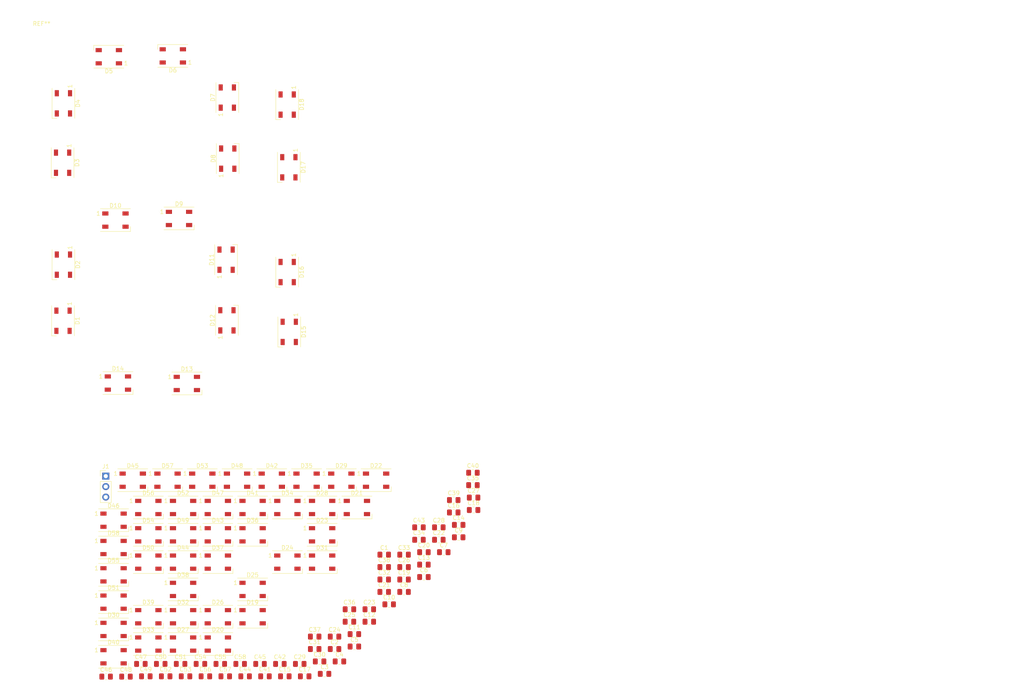
<source format=kicad_pcb>
(kicad_pcb (version 20171130) (host pcbnew 5.1.9+dfsg1-1)
  (layers (0 F.Cu signal) (31 B.Cu signal) (34 B.Paste user) (35 F.Paste user) (36 B.SilkS user) (37 F.SilkS user) (38 B.Mask user) (39 F.Mask user) (44 Edge.Cuts user))
  (net 0 "")
  (net 1 GND)
  (net 2 +5V)
  (net 3 "Net-(D1-Pad2)")
  (net 4 DIN)
  (net 5 "Net-(D2-Pad2)")
  (net 6 "Net-(D3-Pad2)")
  (net 7 "Net-(D4-Pad2)")
  (net 8 "Net-(D5-Pad2)")
  (net 9 "Net-(D6-Pad2)")
  (net 10 "Net-(D7-Pad2)")
  (net 11 "Net-(D8-Pad2)")
  (net 12 "Net-(D10-Pad4)")
  (net 13 "Net-(D10-Pad2)")
  (net 14 "Net-(D11-Pad2)")
  (net 15 "Net-(D12-Pad2)")
  (net 16 "Net-(D13-Pad2)")
  (net 17 "Net-(D14-Pad2)")
  (net 18 "Net-(D15-Pad2)")
  (net 19 "Net-(D16-Pad2)")
  (net 20 "Net-(D17-Pad2)")
  (net 21 "Net-(D18-Pad2)")
  (net 22 "Net-(D19-Pad2)")
  (net 23 "Net-(D20-Pad2)")
  (net 24 "Net-(D21-Pad2)")
  (net 25 "Net-(D22-Pad2)")
  (net 26 "Net-(D23-Pad2)")
  (net 27 "Net-(D24-Pad2)")
  (net 28 "Net-(D25-Pad2)")
  (net 29 "Net-(D26-Pad2)")
  (net 30 "Net-(D27-Pad2)")
  (net 31 "Net-(D28-Pad2)")
  (net 32 "Net-(D29-Pad2)")
  (net 33 "Net-(D30-Pad2)")
  (net 34 "Net-(D31-Pad2)")
  (net 35 "Net-(D32-Pad2)")
  (net 36 "Net-(D33-Pad2)")
  (net 37 "Net-(D34-Pad2)")
  (net 38 "Net-(D35-Pad2)")
  (net 39 "Net-(D36-Pad2)")
  (net 40 "Net-(D37-Pad2)")
  (net 41 "Net-(D38-Pad2)")
  (net 42 "Net-(D39-Pad2)")
  (net 43 "Net-(D40-Pad2)")
  (net 44 "Net-(D41-Pad2)")
  (net 45 "Net-(D42-Pad2)")
  (net 46 "Net-(D43-Pad2)")
  (net 47 "Net-(D44-Pad2)")
  (net 48 "Net-(D45-Pad2)")
  (net 49 "Net-(D46-Pad2)")
  (net 50 "Net-(D47-Pad2)")
  (net 51 "Net-(D48-Pad2)")
  (net 52 "Net-(D49-Pad2)")
  (net 53 "Net-(D50-Pad2)")
  (net 54 "Net-(D51-Pad2)")
  (net 55 "Net-(D52-Pad2)")
  (net 56 "Net-(D53-Pad2)")
  (net 57 "Net-(D54-Pad2)")
  (net 58 "Net-(D55-Pad2)")
  (net 59 "Net-(D56-Pad2)")
  (net 60 "Net-(D57-Pad2)")
  (net 61 "Net-(D58-Pad2)")
  (module MountingHole:MountingHole_3.2mm_M3 (layer F.Cu) (at 36.32 31.4)
    (fp_text reference REF** (at 0 -4.2) (layer F.SilkS))
    (fp_text value MountingHole_3.2mm_M3)
    (pad 1 np_thru_hole circle (at 0 0) (size 3.2 3.2) (drill 3.2) (layers *.Cu *.Mask))
  )
  (module Connector_PinHeader_2.54mm:PinHeader_1x03_P2.54mm_Vertical (layer F.Cu) (at 51.86 136.86)
    (fp_text reference J1 (at 0 -2.33) (layer F.SilkS))
    (fp_text value LEDs)
    (pad 3 thru_hole oval (at 0 5.08) (size 1.7 1.7) (drill 1) (layers *.Cu *.Mask) (net 4 DIN))
    (pad 2 thru_hole oval (at 0 2.54) (size 1.7 1.7) (drill 1) (layers *.Cu *.Mask) (net 2 +5V))
    (pad 1 thru_hole rect (at 0 0) (size 1.7 1.7) (drill 1) (layers *.Cu *.Mask) (net 1 GND))
  )
  (module LED_SMD:LED_WS2812B_PLCC4_5.0x5.0mm_P3.2mm (layer F.Cu) (at 53.745 154.165)
    (fp_text reference D58 (at 0 -3.5) (layer F.SilkS))
    (fp_text value H2.7)
    (fp_text user 1 (at -4.15 -1.6) (layer F.SilkS))
    (pad 1 smd rect (at -2.45 -1.6) (size 1.5 1) (layers F.Cu F.Paste F.Mask) (net 2 +5V))
    (pad 2 smd rect (at -2.45 1.6) (size 1.5 1) (layers F.Cu F.Paste F.Mask) (net 61 "Net-(D58-Pad2)"))
    (pad 4 smd rect (at 2.45 -1.6) (size 1.5 1) (layers F.Cu F.Paste F.Mask) (net 60 "Net-(D57-Pad2)"))
    (pad 3 smd rect (at 2.45 1.6) (size 1.5 1) (layers F.Cu F.Paste F.Mask) (net 1 GND))
  )
  (module LED_SMD:LED_WS2812B_PLCC4_5.0x5.0mm_P3.2mm (layer F.Cu) (at 66.815 137.845)
    (fp_text reference D57 (at 0 -3.5) (layer F.SilkS))
    (fp_text value H2.7)
    (fp_text user 1 (at -4.15 -1.6) (layer F.SilkS))
    (pad 1 smd rect (at -2.45 -1.6) (size 1.5 1) (layers F.Cu F.Paste F.Mask) (net 2 +5V))
    (pad 2 smd rect (at -2.45 1.6) (size 1.5 1) (layers F.Cu F.Paste F.Mask) (net 60 "Net-(D57-Pad2)"))
    (pad 4 smd rect (at 2.45 -1.6) (size 1.5 1) (layers F.Cu F.Paste F.Mask) (net 59 "Net-(D56-Pad2)"))
    (pad 3 smd rect (at 2.45 1.6) (size 1.5 1) (layers F.Cu F.Paste F.Mask) (net 1 GND))
  )
  (module LED_SMD:LED_WS2812B_PLCC4_5.0x5.0mm_P3.2mm (layer F.Cu) (at 62.165 144.465)
    (fp_text reference D56 (at 0 -3.5) (layer F.SilkS))
    (fp_text value H2.6)
    (fp_text user 1 (at -4.15 -1.6) (layer F.SilkS))
    (pad 1 smd rect (at -2.45 -1.6) (size 1.5 1) (layers F.Cu F.Paste F.Mask) (net 2 +5V))
    (pad 2 smd rect (at -2.45 1.6) (size 1.5 1) (layers F.Cu F.Paste F.Mask) (net 59 "Net-(D56-Pad2)"))
    (pad 4 smd rect (at 2.45 -1.6) (size 1.5 1) (layers F.Cu F.Paste F.Mask) (net 58 "Net-(D55-Pad2)"))
    (pad 3 smd rect (at 2.45 1.6) (size 1.5 1) (layers F.Cu F.Paste F.Mask) (net 1 GND))
  )
  (module LED_SMD:LED_WS2812B_PLCC4_5.0x5.0mm_P3.2mm (layer F.Cu) (at 53.745 160.785)
    (fp_text reference D55 (at 0 -3.5) (layer F.SilkS))
    (fp_text value H2.6)
    (fp_text user 1 (at -4.15 -1.6) (layer F.SilkS))
    (pad 1 smd rect (at -2.45 -1.6) (size 1.5 1) (layers F.Cu F.Paste F.Mask) (net 2 +5V))
    (pad 2 smd rect (at -2.45 1.6) (size 1.5 1) (layers F.Cu F.Paste F.Mask) (net 58 "Net-(D55-Pad2)"))
    (pad 4 smd rect (at 2.45 -1.6) (size 1.5 1) (layers F.Cu F.Paste F.Mask) (net 57 "Net-(D54-Pad2)"))
    (pad 3 smd rect (at 2.45 1.6) (size 1.5 1) (layers F.Cu F.Paste F.Mask) (net 1 GND))
  )
  (module LED_SMD:LED_WS2812B_PLCC4_5.0x5.0mm_P3.2mm (layer F.Cu) (at 62.165 151.085)
    (fp_text reference D54 (at 0 -3.5) (layer F.SilkS))
    (fp_text value H2.5)
    (fp_text user 1 (at -4.15 -1.6) (layer F.SilkS))
    (pad 1 smd rect (at -2.45 -1.6) (size 1.5 1) (layers F.Cu F.Paste F.Mask) (net 2 +5V))
    (pad 2 smd rect (at -2.45 1.6) (size 1.5 1) (layers F.Cu F.Paste F.Mask) (net 57 "Net-(D54-Pad2)"))
    (pad 4 smd rect (at 2.45 -1.6) (size 1.5 1) (layers F.Cu F.Paste F.Mask) (net 56 "Net-(D53-Pad2)"))
    (pad 3 smd rect (at 2.45 1.6) (size 1.5 1) (layers F.Cu F.Paste F.Mask) (net 1 GND))
  )
  (module LED_SMD:LED_WS2812B_PLCC4_5.0x5.0mm_P3.2mm (layer F.Cu) (at 75.235 137.845)
    (fp_text reference D53 (at 0 -3.5) (layer F.SilkS))
    (fp_text value H2.5)
    (fp_text user 1 (at -4.15 -1.6) (layer F.SilkS))
    (pad 1 smd rect (at -2.45 -1.6) (size 1.5 1) (layers F.Cu F.Paste F.Mask) (net 2 +5V))
    (pad 2 smd rect (at -2.45 1.6) (size 1.5 1) (layers F.Cu F.Paste F.Mask) (net 56 "Net-(D53-Pad2)"))
    (pad 4 smd rect (at 2.45 -1.6) (size 1.5 1) (layers F.Cu F.Paste F.Mask) (net 55 "Net-(D52-Pad2)"))
    (pad 3 smd rect (at 2.45 1.6) (size 1.5 1) (layers F.Cu F.Paste F.Mask) (net 1 GND))
  )
  (module LED_SMD:LED_WS2812B_PLCC4_5.0x5.0mm_P3.2mm (layer F.Cu) (at 70.585 144.465)
    (fp_text reference D52 (at 0 -3.5) (layer F.SilkS))
    (fp_text value H2.4)
    (fp_text user 1 (at -4.15 -1.6) (layer F.SilkS))
    (pad 1 smd rect (at -2.45 -1.6) (size 1.5 1) (layers F.Cu F.Paste F.Mask) (net 2 +5V))
    (pad 2 smd rect (at -2.45 1.6) (size 1.5 1) (layers F.Cu F.Paste F.Mask) (net 55 "Net-(D52-Pad2)"))
    (pad 4 smd rect (at 2.45 -1.6) (size 1.5 1) (layers F.Cu F.Paste F.Mask) (net 54 "Net-(D51-Pad2)"))
    (pad 3 smd rect (at 2.45 1.6) (size 1.5 1) (layers F.Cu F.Paste F.Mask) (net 1 GND))
  )
  (module LED_SMD:LED_WS2812B_PLCC4_5.0x5.0mm_P3.2mm (layer F.Cu) (at 53.745 167.405)
    (fp_text reference D51 (at 0 -3.5) (layer F.SilkS))
    (fp_text value H2.4)
    (fp_text user 1 (at -4.15 -1.6) (layer F.SilkS))
    (pad 1 smd rect (at -2.45 -1.6) (size 1.5 1) (layers F.Cu F.Paste F.Mask) (net 2 +5V))
    (pad 2 smd rect (at -2.45 1.6) (size 1.5 1) (layers F.Cu F.Paste F.Mask) (net 54 "Net-(D51-Pad2)"))
    (pad 4 smd rect (at 2.45 -1.6) (size 1.5 1) (layers F.Cu F.Paste F.Mask) (net 53 "Net-(D50-Pad2)"))
    (pad 3 smd rect (at 2.45 1.6) (size 1.5 1) (layers F.Cu F.Paste F.Mask) (net 1 GND))
  )
  (module LED_SMD:LED_WS2812B_PLCC4_5.0x5.0mm_P3.2mm (layer F.Cu) (at 62.165 157.705)
    (fp_text reference D50 (at 0 -3.5) (layer F.SilkS))
    (fp_text value H2.3)
    (fp_text user 1 (at -4.15 -1.6) (layer F.SilkS))
    (pad 1 smd rect (at -2.45 -1.6) (size 1.5 1) (layers F.Cu F.Paste F.Mask) (net 2 +5V))
    (pad 2 smd rect (at -2.45 1.6) (size 1.5 1) (layers F.Cu F.Paste F.Mask) (net 53 "Net-(D50-Pad2)"))
    (pad 4 smd rect (at 2.45 -1.6) (size 1.5 1) (layers F.Cu F.Paste F.Mask) (net 52 "Net-(D49-Pad2)"))
    (pad 3 smd rect (at 2.45 1.6) (size 1.5 1) (layers F.Cu F.Paste F.Mask) (net 1 GND))
  )
  (module LED_SMD:LED_WS2812B_PLCC4_5.0x5.0mm_P3.2mm (layer F.Cu) (at 70.585 151.085)
    (fp_text reference D49 (at 0 -3.5) (layer F.SilkS))
    (fp_text value H2.3)
    (fp_text user 1 (at -4.15 -1.6) (layer F.SilkS))
    (pad 1 smd rect (at -2.45 -1.6) (size 1.5 1) (layers F.Cu F.Paste F.Mask) (net 2 +5V))
    (pad 2 smd rect (at -2.45 1.6) (size 1.5 1) (layers F.Cu F.Paste F.Mask) (net 52 "Net-(D49-Pad2)"))
    (pad 4 smd rect (at 2.45 -1.6) (size 1.5 1) (layers F.Cu F.Paste F.Mask) (net 51 "Net-(D48-Pad2)"))
    (pad 3 smd rect (at 2.45 1.6) (size 1.5 1) (layers F.Cu F.Paste F.Mask) (net 1 GND))
  )
  (module LED_SMD:LED_WS2812B_PLCC4_5.0x5.0mm_P3.2mm (layer F.Cu) (at 83.655 137.845)
    (fp_text reference D48 (at 0 -3.5) (layer F.SilkS))
    (fp_text value H2.2)
    (fp_text user 1 (at -4.15 -1.6) (layer F.SilkS))
    (pad 1 smd rect (at -2.45 -1.6) (size 1.5 1) (layers F.Cu F.Paste F.Mask) (net 2 +5V))
    (pad 2 smd rect (at -2.45 1.6) (size 1.5 1) (layers F.Cu F.Paste F.Mask) (net 51 "Net-(D48-Pad2)"))
    (pad 4 smd rect (at 2.45 -1.6) (size 1.5 1) (layers F.Cu F.Paste F.Mask) (net 50 "Net-(D47-Pad2)"))
    (pad 3 smd rect (at 2.45 1.6) (size 1.5 1) (layers F.Cu F.Paste F.Mask) (net 1 GND))
  )
  (module LED_SMD:LED_WS2812B_PLCC4_5.0x5.0mm_P3.2mm (layer F.Cu) (at 79.005 144.465)
    (fp_text reference D47 (at 0 -3.5) (layer F.SilkS))
    (fp_text value H2.2)
    (fp_text user 1 (at -4.15 -1.6) (layer F.SilkS))
    (pad 1 smd rect (at -2.45 -1.6) (size 1.5 1) (layers F.Cu F.Paste F.Mask) (net 2 +5V))
    (pad 2 smd rect (at -2.45 1.6) (size 1.5 1) (layers F.Cu F.Paste F.Mask) (net 50 "Net-(D47-Pad2)"))
    (pad 4 smd rect (at 2.45 -1.6) (size 1.5 1) (layers F.Cu F.Paste F.Mask) (net 49 "Net-(D46-Pad2)"))
    (pad 3 smd rect (at 2.45 1.6) (size 1.5 1) (layers F.Cu F.Paste F.Mask) (net 1 GND))
  )
  (module LED_SMD:LED_WS2812B_PLCC4_5.0x5.0mm_P3.2mm (layer F.Cu) (at 53.745 147.545)
    (fp_text reference D46 (at 0 -3.5) (layer F.SilkS))
    (fp_text value H2.1)
    (fp_text user 1 (at -4.15 -1.6) (layer F.SilkS))
    (pad 1 smd rect (at -2.45 -1.6) (size 1.5 1) (layers F.Cu F.Paste F.Mask) (net 2 +5V))
    (pad 2 smd rect (at -2.45 1.6) (size 1.5 1) (layers F.Cu F.Paste F.Mask) (net 49 "Net-(D46-Pad2)"))
    (pad 4 smd rect (at 2.45 -1.6) (size 1.5 1) (layers F.Cu F.Paste F.Mask) (net 48 "Net-(D45-Pad2)"))
    (pad 3 smd rect (at 2.45 1.6) (size 1.5 1) (layers F.Cu F.Paste F.Mask) (net 1 GND))
  )
  (module LED_SMD:LED_WS2812B_PLCC4_5.0x5.0mm_P3.2mm (layer F.Cu) (at 58.395 137.845)
    (fp_text reference D45 (at 0 -3.5) (layer F.SilkS))
    (fp_text value H2.1)
    (fp_text user 1 (at -4.15 -1.6) (layer F.SilkS))
    (pad 1 smd rect (at -2.45 -1.6) (size 1.5 1) (layers F.Cu F.Paste F.Mask) (net 2 +5V))
    (pad 2 smd rect (at -2.45 1.6) (size 1.5 1) (layers F.Cu F.Paste F.Mask) (net 48 "Net-(D45-Pad2)"))
    (pad 4 smd rect (at 2.45 -1.6) (size 1.5 1) (layers F.Cu F.Paste F.Mask) (net 47 "Net-(D44-Pad2)"))
    (pad 3 smd rect (at 2.45 1.6) (size 1.5 1) (layers F.Cu F.Paste F.Mask) (net 1 GND))
  )
  (module LED_SMD:LED_WS2812B_PLCC4_5.0x5.0mm_P3.2mm (layer F.Cu) (at 70.585 157.705)
    (fp_text reference D44 (at 0 -3.5) (layer F.SilkS))
    (fp_text value H1.7)
    (fp_text user 1 (at -4.15 -1.6) (layer F.SilkS))
    (pad 1 smd rect (at -2.45 -1.6) (size 1.5 1) (layers F.Cu F.Paste F.Mask) (net 2 +5V))
    (pad 2 smd rect (at -2.45 1.6) (size 1.5 1) (layers F.Cu F.Paste F.Mask) (net 47 "Net-(D44-Pad2)"))
    (pad 4 smd rect (at 2.45 -1.6) (size 1.5 1) (layers F.Cu F.Paste F.Mask) (net 46 "Net-(D43-Pad2)"))
    (pad 3 smd rect (at 2.45 1.6) (size 1.5 1) (layers F.Cu F.Paste F.Mask) (net 1 GND))
  )
  (module LED_SMD:LED_WS2812B_PLCC4_5.0x5.0mm_P3.2mm (layer F.Cu) (at 79.005 151.085)
    (fp_text reference D43 (at 0 -3.5) (layer F.SilkS))
    (fp_text value H1.7)
    (fp_text user 1 (at -4.15 -1.6) (layer F.SilkS))
    (pad 1 smd rect (at -2.45 -1.6) (size 1.5 1) (layers F.Cu F.Paste F.Mask) (net 2 +5V))
    (pad 2 smd rect (at -2.45 1.6) (size 1.5 1) (layers F.Cu F.Paste F.Mask) (net 46 "Net-(D43-Pad2)"))
    (pad 4 smd rect (at 2.45 -1.6) (size 1.5 1) (layers F.Cu F.Paste F.Mask) (net 45 "Net-(D42-Pad2)"))
    (pad 3 smd rect (at 2.45 1.6) (size 1.5 1) (layers F.Cu F.Paste F.Mask) (net 1 GND))
  )
  (module LED_SMD:LED_WS2812B_PLCC4_5.0x5.0mm_P3.2mm (layer F.Cu) (at 92.075 137.845)
    (fp_text reference D42 (at 0 -3.5) (layer F.SilkS))
    (fp_text value H1.6)
    (fp_text user 1 (at -4.15 -1.6) (layer F.SilkS))
    (pad 1 smd rect (at -2.45 -1.6) (size 1.5 1) (layers F.Cu F.Paste F.Mask) (net 2 +5V))
    (pad 2 smd rect (at -2.45 1.6) (size 1.5 1) (layers F.Cu F.Paste F.Mask) (net 45 "Net-(D42-Pad2)"))
    (pad 4 smd rect (at 2.45 -1.6) (size 1.5 1) (layers F.Cu F.Paste F.Mask) (net 44 "Net-(D41-Pad2)"))
    (pad 3 smd rect (at 2.45 1.6) (size 1.5 1) (layers F.Cu F.Paste F.Mask) (net 1 GND))
  )
  (module LED_SMD:LED_WS2812B_PLCC4_5.0x5.0mm_P3.2mm (layer F.Cu) (at 87.425 144.465)
    (fp_text reference D41 (at 0 -3.5) (layer F.SilkS))
    (fp_text value H1.6)
    (fp_text user 1 (at -4.15 -1.6) (layer F.SilkS))
    (pad 1 smd rect (at -2.45 -1.6) (size 1.5 1) (layers F.Cu F.Paste F.Mask) (net 2 +5V))
    (pad 2 smd rect (at -2.45 1.6) (size 1.5 1) (layers F.Cu F.Paste F.Mask) (net 44 "Net-(D41-Pad2)"))
    (pad 4 smd rect (at 2.45 -1.6) (size 1.5 1) (layers F.Cu F.Paste F.Mask) (net 43 "Net-(D40-Pad2)"))
    (pad 3 smd rect (at 2.45 1.6) (size 1.5 1) (layers F.Cu F.Paste F.Mask) (net 1 GND))
  )
  (module LED_SMD:LED_WS2812B_PLCC4_5.0x5.0mm_P3.2mm (layer F.Cu) (at 53.745 180.645)
    (fp_text reference D40 (at 0 -3.5) (layer F.SilkS))
    (fp_text value H1.5)
    (fp_text user 1 (at -4.15 -1.6) (layer F.SilkS))
    (pad 1 smd rect (at -2.45 -1.6) (size 1.5 1) (layers F.Cu F.Paste F.Mask) (net 2 +5V))
    (pad 2 smd rect (at -2.45 1.6) (size 1.5 1) (layers F.Cu F.Paste F.Mask) (net 43 "Net-(D40-Pad2)"))
    (pad 4 smd rect (at 2.45 -1.6) (size 1.5 1) (layers F.Cu F.Paste F.Mask) (net 42 "Net-(D39-Pad2)"))
    (pad 3 smd rect (at 2.45 1.6) (size 1.5 1) (layers F.Cu F.Paste F.Mask) (net 1 GND))
  )
  (module LED_SMD:LED_WS2812B_PLCC4_5.0x5.0mm_P3.2mm (layer F.Cu) (at 62.165 170.945)
    (fp_text reference D39 (at 0 -3.5) (layer F.SilkS))
    (fp_text value H1.5)
    (fp_text user 1 (at -4.15 -1.6) (layer F.SilkS))
    (pad 1 smd rect (at -2.45 -1.6) (size 1.5 1) (layers F.Cu F.Paste F.Mask) (net 2 +5V))
    (pad 2 smd rect (at -2.45 1.6) (size 1.5 1) (layers F.Cu F.Paste F.Mask) (net 42 "Net-(D39-Pad2)"))
    (pad 4 smd rect (at 2.45 -1.6) (size 1.5 1) (layers F.Cu F.Paste F.Mask) (net 41 "Net-(D38-Pad2)"))
    (pad 3 smd rect (at 2.45 1.6) (size 1.5 1) (layers F.Cu F.Paste F.Mask) (net 1 GND))
  )
  (module LED_SMD:LED_WS2812B_PLCC4_5.0x5.0mm_P3.2mm (layer F.Cu) (at 70.585 164.325)
    (fp_text reference D38 (at 0 -3.5) (layer F.SilkS))
    (fp_text value H1.4)
    (fp_text user 1 (at -4.15 -1.6) (layer F.SilkS))
    (pad 1 smd rect (at -2.45 -1.6) (size 1.5 1) (layers F.Cu F.Paste F.Mask) (net 2 +5V))
    (pad 2 smd rect (at -2.45 1.6) (size 1.5 1) (layers F.Cu F.Paste F.Mask) (net 41 "Net-(D38-Pad2)"))
    (pad 4 smd rect (at 2.45 -1.6) (size 1.5 1) (layers F.Cu F.Paste F.Mask) (net 40 "Net-(D37-Pad2)"))
    (pad 3 smd rect (at 2.45 1.6) (size 1.5 1) (layers F.Cu F.Paste F.Mask) (net 1 GND))
  )
  (module LED_SMD:LED_WS2812B_PLCC4_5.0x5.0mm_P3.2mm (layer F.Cu) (at 79.005 157.705)
    (fp_text reference D37 (at 0 -3.5) (layer F.SilkS))
    (fp_text value H1.4)
    (fp_text user 1 (at -4.15 -1.6) (layer F.SilkS))
    (pad 1 smd rect (at -2.45 -1.6) (size 1.5 1) (layers F.Cu F.Paste F.Mask) (net 2 +5V))
    (pad 2 smd rect (at -2.45 1.6) (size 1.5 1) (layers F.Cu F.Paste F.Mask) (net 40 "Net-(D37-Pad2)"))
    (pad 4 smd rect (at 2.45 -1.6) (size 1.5 1) (layers F.Cu F.Paste F.Mask) (net 39 "Net-(D36-Pad2)"))
    (pad 3 smd rect (at 2.45 1.6) (size 1.5 1) (layers F.Cu F.Paste F.Mask) (net 1 GND))
  )
  (module LED_SMD:LED_WS2812B_PLCC4_5.0x5.0mm_P3.2mm (layer F.Cu) (at 87.425 151.085)
    (fp_text reference D36 (at 0 -3.5) (layer F.SilkS))
    (fp_text value H1.3)
    (fp_text user 1 (at -4.15 -1.6) (layer F.SilkS))
    (pad 1 smd rect (at -2.45 -1.6) (size 1.5 1) (layers F.Cu F.Paste F.Mask) (net 2 +5V))
    (pad 2 smd rect (at -2.45 1.6) (size 1.5 1) (layers F.Cu F.Paste F.Mask) (net 39 "Net-(D36-Pad2)"))
    (pad 4 smd rect (at 2.45 -1.6) (size 1.5 1) (layers F.Cu F.Paste F.Mask) (net 38 "Net-(D35-Pad2)"))
    (pad 3 smd rect (at 2.45 1.6) (size 1.5 1) (layers F.Cu F.Paste F.Mask) (net 1 GND))
  )
  (module LED_SMD:LED_WS2812B_PLCC4_5.0x5.0mm_P3.2mm (layer F.Cu) (at 100.495 137.845)
    (fp_text reference D35 (at 0 -3.5) (layer F.SilkS))
    (fp_text value H1.3)
    (fp_text user 1 (at -4.15 -1.6) (layer F.SilkS))
    (pad 1 smd rect (at -2.45 -1.6) (size 1.5 1) (layers F.Cu F.Paste F.Mask) (net 2 +5V))
    (pad 2 smd rect (at -2.45 1.6) (size 1.5 1) (layers F.Cu F.Paste F.Mask) (net 38 "Net-(D35-Pad2)"))
    (pad 4 smd rect (at 2.45 -1.6) (size 1.5 1) (layers F.Cu F.Paste F.Mask) (net 37 "Net-(D34-Pad2)"))
    (pad 3 smd rect (at 2.45 1.6) (size 1.5 1) (layers F.Cu F.Paste F.Mask) (net 1 GND))
  )
  (module LED_SMD:LED_WS2812B_PLCC4_5.0x5.0mm_P3.2mm (layer F.Cu) (at 95.845 144.465)
    (fp_text reference D34 (at 0 -3.5) (layer F.SilkS))
    (fp_text value H1.2)
    (fp_text user 1 (at -4.15 -1.6) (layer F.SilkS))
    (pad 1 smd rect (at -2.45 -1.6) (size 1.5 1) (layers F.Cu F.Paste F.Mask) (net 2 +5V))
    (pad 2 smd rect (at -2.45 1.6) (size 1.5 1) (layers F.Cu F.Paste F.Mask) (net 37 "Net-(D34-Pad2)"))
    (pad 4 smd rect (at 2.45 -1.6) (size 1.5 1) (layers F.Cu F.Paste F.Mask) (net 36 "Net-(D33-Pad2)"))
    (pad 3 smd rect (at 2.45 1.6) (size 1.5 1) (layers F.Cu F.Paste F.Mask) (net 1 GND))
  )
  (module LED_SMD:LED_WS2812B_PLCC4_5.0x5.0mm_P3.2mm (layer F.Cu) (at 62.165 177.565)
    (fp_text reference D33 (at 0 -3.5) (layer F.SilkS))
    (fp_text value H1.2)
    (fp_text user 1 (at -4.15 -1.6) (layer F.SilkS))
    (pad 1 smd rect (at -2.45 -1.6) (size 1.5 1) (layers F.Cu F.Paste F.Mask) (net 2 +5V))
    (pad 2 smd rect (at -2.45 1.6) (size 1.5 1) (layers F.Cu F.Paste F.Mask) (net 36 "Net-(D33-Pad2)"))
    (pad 4 smd rect (at 2.45 -1.6) (size 1.5 1) (layers F.Cu F.Paste F.Mask) (net 35 "Net-(D32-Pad2)"))
    (pad 3 smd rect (at 2.45 1.6) (size 1.5 1) (layers F.Cu F.Paste F.Mask) (net 1 GND))
  )
  (module LED_SMD:LED_WS2812B_PLCC4_5.0x5.0mm_P3.2mm (layer F.Cu) (at 70.585 170.945)
    (fp_text reference D32 (at 0 -3.5) (layer F.SilkS))
    (fp_text value H1.1)
    (fp_text user 1 (at -4.15 -1.6) (layer F.SilkS))
    (pad 1 smd rect (at -2.45 -1.6) (size 1.5 1) (layers F.Cu F.Paste F.Mask) (net 2 +5V))
    (pad 2 smd rect (at -2.45 1.6) (size 1.5 1) (layers F.Cu F.Paste F.Mask) (net 35 "Net-(D32-Pad2)"))
    (pad 4 smd rect (at 2.45 -1.6) (size 1.5 1) (layers F.Cu F.Paste F.Mask) (net 34 "Net-(D31-Pad2)"))
    (pad 3 smd rect (at 2.45 1.6) (size 1.5 1) (layers F.Cu F.Paste F.Mask) (net 1 GND))
  )
  (module LED_SMD:LED_WS2812B_PLCC4_5.0x5.0mm_P3.2mm (layer F.Cu) (at 104.265 157.705)
    (fp_text reference D31 (at 0 -3.5) (layer F.SilkS))
    (fp_text value H1.1)
    (fp_text user 1 (at -4.15 -1.6) (layer F.SilkS))
    (pad 1 smd rect (at -2.45 -1.6) (size 1.5 1) (layers F.Cu F.Paste F.Mask) (net 2 +5V))
    (pad 2 smd rect (at -2.45 1.6) (size 1.5 1) (layers F.Cu F.Paste F.Mask) (net 34 "Net-(D31-Pad2)"))
    (pad 4 smd rect (at 2.45 -1.6) (size 1.5 1) (layers F.Cu F.Paste F.Mask) (net 33 "Net-(D30-Pad2)"))
    (pad 3 smd rect (at 2.45 1.6) (size 1.5 1) (layers F.Cu F.Paste F.Mask) (net 1 GND))
  )
  (module LED_SMD:LED_WS2812B_PLCC4_5.0x5.0mm_P3.2mm (layer F.Cu) (at 53.745 174.025)
    (fp_text reference D30 (at 0 -3.5) (layer F.SilkS))
    (fp_text value Trenner2)
    (fp_text user 1 (at -4.15 -1.6) (layer F.SilkS))
    (pad 1 smd rect (at -2.45 -1.6) (size 1.5 1) (layers F.Cu F.Paste F.Mask) (net 2 +5V))
    (pad 2 smd rect (at -2.45 1.6) (size 1.5 1) (layers F.Cu F.Paste F.Mask) (net 33 "Net-(D30-Pad2)"))
    (pad 4 smd rect (at 2.45 -1.6) (size 1.5 1) (layers F.Cu F.Paste F.Mask) (net 32 "Net-(D29-Pad2)"))
    (pad 3 smd rect (at 2.45 1.6) (size 1.5 1) (layers F.Cu F.Paste F.Mask) (net 1 GND))
  )
  (module LED_SMD:LED_WS2812B_PLCC4_5.0x5.0mm_P3.2mm (layer F.Cu) (at 108.915 137.845)
    (fp_text reference D29 (at 0 -3.5) (layer F.SilkS))
    (fp_text value Trenner1)
    (fp_text user 1 (at -4.15 -1.6) (layer F.SilkS))
    (pad 1 smd rect (at -2.45 -1.6) (size 1.5 1) (layers F.Cu F.Paste F.Mask) (net 2 +5V))
    (pad 2 smd rect (at -2.45 1.6) (size 1.5 1) (layers F.Cu F.Paste F.Mask) (net 32 "Net-(D29-Pad2)"))
    (pad 4 smd rect (at 2.45 -1.6) (size 1.5 1) (layers F.Cu F.Paste F.Mask) (net 31 "Net-(D28-Pad2)"))
    (pad 3 smd rect (at 2.45 1.6) (size 1.5 1) (layers F.Cu F.Paste F.Mask) (net 1 GND))
  )
  (module LED_SMD:LED_WS2812B_PLCC4_5.0x5.0mm_P3.2mm (layer F.Cu) (at 104.265 144.465)
    (fp_text reference D28 (at 0 -3.5) (layer F.SilkS))
    (fp_text value H2.7)
    (fp_text user 1 (at -4.15 -1.6) (layer F.SilkS))
    (pad 1 smd rect (at -2.45 -1.6) (size 1.5 1) (layers F.Cu F.Paste F.Mask) (net 2 +5V))
    (pad 2 smd rect (at -2.45 1.6) (size 1.5 1) (layers F.Cu F.Paste F.Mask) (net 31 "Net-(D28-Pad2)"))
    (pad 4 smd rect (at 2.45 -1.6) (size 1.5 1) (layers F.Cu F.Paste F.Mask) (net 30 "Net-(D27-Pad2)"))
    (pad 3 smd rect (at 2.45 1.6) (size 1.5 1) (layers F.Cu F.Paste F.Mask) (net 1 GND))
  )
  (module LED_SMD:LED_WS2812B_PLCC4_5.0x5.0mm_P3.2mm (layer F.Cu) (at 70.585 177.565)
    (fp_text reference D27 (at 0 -3.5) (layer F.SilkS))
    (fp_text value H2.7)
    (fp_text user 1 (at -4.15 -1.6) (layer F.SilkS))
    (pad 1 smd rect (at -2.45 -1.6) (size 1.5 1) (layers F.Cu F.Paste F.Mask) (net 2 +5V))
    (pad 2 smd rect (at -2.45 1.6) (size 1.5 1) (layers F.Cu F.Paste F.Mask) (net 30 "Net-(D27-Pad2)"))
    (pad 4 smd rect (at 2.45 -1.6) (size 1.5 1) (layers F.Cu F.Paste F.Mask) (net 29 "Net-(D26-Pad2)"))
    (pad 3 smd rect (at 2.45 1.6) (size 1.5 1) (layers F.Cu F.Paste F.Mask) (net 1 GND))
  )
  (module LED_SMD:LED_WS2812B_PLCC4_5.0x5.0mm_P3.2mm (layer F.Cu) (at 79.005 170.945)
    (fp_text reference D26 (at 0 -3.5) (layer F.SilkS))
    (fp_text value H2.6)
    (fp_text user 1 (at -4.15 -1.6) (layer F.SilkS))
    (pad 1 smd rect (at -2.45 -1.6) (size 1.5 1) (layers F.Cu F.Paste F.Mask) (net 2 +5V))
    (pad 2 smd rect (at -2.45 1.6) (size 1.5 1) (layers F.Cu F.Paste F.Mask) (net 29 "Net-(D26-Pad2)"))
    (pad 4 smd rect (at 2.45 -1.6) (size 1.5 1) (layers F.Cu F.Paste F.Mask) (net 28 "Net-(D25-Pad2)"))
    (pad 3 smd rect (at 2.45 1.6) (size 1.5 1) (layers F.Cu F.Paste F.Mask) (net 1 GND))
  )
  (module LED_SMD:LED_WS2812B_PLCC4_5.0x5.0mm_P3.2mm (layer F.Cu) (at 87.425 164.325)
    (fp_text reference D25 (at 0 -3.5) (layer F.SilkS))
    (fp_text value H2.6)
    (fp_text user 1 (at -4.15 -1.6) (layer F.SilkS))
    (pad 1 smd rect (at -2.45 -1.6) (size 1.5 1) (layers F.Cu F.Paste F.Mask) (net 2 +5V))
    (pad 2 smd rect (at -2.45 1.6) (size 1.5 1) (layers F.Cu F.Paste F.Mask) (net 28 "Net-(D25-Pad2)"))
    (pad 4 smd rect (at 2.45 -1.6) (size 1.5 1) (layers F.Cu F.Paste F.Mask) (net 27 "Net-(D24-Pad2)"))
    (pad 3 smd rect (at 2.45 1.6) (size 1.5 1) (layers F.Cu F.Paste F.Mask) (net 1 GND))
  )
  (module LED_SMD:LED_WS2812B_PLCC4_5.0x5.0mm_P3.2mm (layer F.Cu) (at 95.845 157.705)
    (fp_text reference D24 (at 0 -3.5) (layer F.SilkS))
    (fp_text value H2.5)
    (fp_text user 1 (at -4.15 -1.6) (layer F.SilkS))
    (pad 1 smd rect (at -2.45 -1.6) (size 1.5 1) (layers F.Cu F.Paste F.Mask) (net 2 +5V))
    (pad 2 smd rect (at -2.45 1.6) (size 1.5 1) (layers F.Cu F.Paste F.Mask) (net 27 "Net-(D24-Pad2)"))
    (pad 4 smd rect (at 2.45 -1.6) (size 1.5 1) (layers F.Cu F.Paste F.Mask) (net 26 "Net-(D23-Pad2)"))
    (pad 3 smd rect (at 2.45 1.6) (size 1.5 1) (layers F.Cu F.Paste F.Mask) (net 1 GND))
  )
  (module LED_SMD:LED_WS2812B_PLCC4_5.0x5.0mm_P3.2mm (layer F.Cu) (at 104.265 151.085)
    (fp_text reference D23 (at 0 -3.5) (layer F.SilkS))
    (fp_text value H2.5)
    (fp_text user 1 (at -4.15 -1.6) (layer F.SilkS))
    (pad 1 smd rect (at -2.45 -1.6) (size 1.5 1) (layers F.Cu F.Paste F.Mask) (net 2 +5V))
    (pad 2 smd rect (at -2.45 1.6) (size 1.5 1) (layers F.Cu F.Paste F.Mask) (net 26 "Net-(D23-Pad2)"))
    (pad 4 smd rect (at 2.45 -1.6) (size 1.5 1) (layers F.Cu F.Paste F.Mask) (net 25 "Net-(D22-Pad2)"))
    (pad 3 smd rect (at 2.45 1.6) (size 1.5 1) (layers F.Cu F.Paste F.Mask) (net 1 GND))
  )
  (module LED_SMD:LED_WS2812B_PLCC4_5.0x5.0mm_P3.2mm (layer F.Cu) (at 117.335 137.845)
    (fp_text reference D22 (at 0 -3.5) (layer F.SilkS))
    (fp_text value H2.4)
    (fp_text user 1 (at -4.15 -1.6) (layer F.SilkS))
    (pad 1 smd rect (at -2.45 -1.6) (size 1.5 1) (layers F.Cu F.Paste F.Mask) (net 2 +5V))
    (pad 2 smd rect (at -2.45 1.6) (size 1.5 1) (layers F.Cu F.Paste F.Mask) (net 25 "Net-(D22-Pad2)"))
    (pad 4 smd rect (at 2.45 -1.6) (size 1.5 1) (layers F.Cu F.Paste F.Mask) (net 24 "Net-(D21-Pad2)"))
    (pad 3 smd rect (at 2.45 1.6) (size 1.5 1) (layers F.Cu F.Paste F.Mask) (net 1 GND))
  )
  (module LED_SMD:LED_WS2812B_PLCC4_5.0x5.0mm_P3.2mm (layer F.Cu) (at 112.685 144.465)
    (fp_text reference D21 (at 0 -3.5) (layer F.SilkS))
    (fp_text value H2.4)
    (fp_text user 1 (at -4.15 -1.6) (layer F.SilkS))
    (pad 1 smd rect (at -2.45 -1.6) (size 1.5 1) (layers F.Cu F.Paste F.Mask) (net 2 +5V))
    (pad 2 smd rect (at -2.45 1.6) (size 1.5 1) (layers F.Cu F.Paste F.Mask) (net 24 "Net-(D21-Pad2)"))
    (pad 4 smd rect (at 2.45 -1.6) (size 1.5 1) (layers F.Cu F.Paste F.Mask) (net 23 "Net-(D20-Pad2)"))
    (pad 3 smd rect (at 2.45 1.6) (size 1.5 1) (layers F.Cu F.Paste F.Mask) (net 1 GND))
  )
  (module LED_SMD:LED_WS2812B_PLCC4_5.0x5.0mm_P3.2mm (layer F.Cu) (at 79.005 177.565)
    (fp_text reference D20 (at 0 -3.5) (layer F.SilkS))
    (fp_text value H2.3)
    (fp_text user 1 (at -4.15 -1.6) (layer F.SilkS))
    (pad 1 smd rect (at -2.45 -1.6) (size 1.5 1) (layers F.Cu F.Paste F.Mask) (net 2 +5V))
    (pad 2 smd rect (at -2.45 1.6) (size 1.5 1) (layers F.Cu F.Paste F.Mask) (net 23 "Net-(D20-Pad2)"))
    (pad 4 smd rect (at 2.45 -1.6) (size 1.5 1) (layers F.Cu F.Paste F.Mask) (net 22 "Net-(D19-Pad2)"))
    (pad 3 smd rect (at 2.45 1.6) (size 1.5 1) (layers F.Cu F.Paste F.Mask) (net 1 GND))
  )
  (module LED_SMD:LED_WS2812B_PLCC4_5.0x5.0mm_P3.2mm (layer F.Cu) (at 87.425 170.945)
    (fp_text reference D19 (at 0 -3.5) (layer F.SilkS))
    (fp_text value H2.3)
    (fp_text user 1 (at -4.15 -1.6) (layer F.SilkS))
    (pad 1 smd rect (at -2.45 -1.6) (size 1.5 1) (layers F.Cu F.Paste F.Mask) (net 2 +5V))
    (pad 2 smd rect (at -2.45 1.6) (size 1.5 1) (layers F.Cu F.Paste F.Mask) (net 22 "Net-(D19-Pad2)"))
    (pad 4 smd rect (at 2.45 -1.6) (size 1.5 1) (layers F.Cu F.Paste F.Mask) (net 21 "Net-(D18-Pad2)"))
    (pad 3 smd rect (at 2.45 1.6) (size 1.5 1) (layers F.Cu F.Paste F.Mask) (net 1 GND))
  )
  (module LED_SMD:LED_WS2812B_PLCC4_5.0x5.0mm_P3.2mm (layer F.Cu) (at 95.8 46.8 270)
    (fp_text reference D18 (at 0 -3.5 90) (layer F.SilkS))
    (fp_text value H2.2)
    (fp_text user 1 (at -4.15 -1.6 90) (layer F.SilkS))
    (pad 1 smd rect (at -2.45 -1.6 270) (size 1.5 1) (layers F.Cu F.Paste F.Mask) (net 2 +5V))
    (pad 2 smd rect (at -2.45 1.6 270) (size 1.5 1) (layers F.Cu F.Paste F.Mask) (net 21 "Net-(D18-Pad2)"))
    (pad 4 smd rect (at 2.45 -1.6 270) (size 1.5 1) (layers F.Cu F.Paste F.Mask) (net 20 "Net-(D17-Pad2)"))
    (pad 3 smd rect (at 2.45 1.6 270) (size 1.5 1) (layers F.Cu F.Paste F.Mask) (net 1 GND))
  )
  (module LED_SMD:LED_WS2812B_PLCC4_5.0x5.0mm_P3.2mm (layer F.Cu) (at 96.2 62 270)
    (fp_text reference D17 (at 0 -3.5 90) (layer F.SilkS))
    (fp_text value H2.2)
    (fp_text user 1 (at -4.15 -1.6 90) (layer F.SilkS))
    (pad 1 smd rect (at -2.45 -1.6 270) (size 1.5 1) (layers F.Cu F.Paste F.Mask) (net 2 +5V))
    (pad 2 smd rect (at -2.45 1.6 270) (size 1.5 1) (layers F.Cu F.Paste F.Mask) (net 20 "Net-(D17-Pad2)"))
    (pad 4 smd rect (at 2.45 -1.6 270) (size 1.5 1) (layers F.Cu F.Paste F.Mask) (net 19 "Net-(D16-Pad2)"))
    (pad 3 smd rect (at 2.45 1.6 270) (size 1.5 1) (layers F.Cu F.Paste F.Mask) (net 1 GND))
  )
  (module LED_SMD:LED_WS2812B_PLCC4_5.0x5.0mm_P3.2mm (layer F.Cu) (at 95.8 87.4 270)
    (fp_text reference D16 (at 0 -3.5 90) (layer F.SilkS))
    (fp_text value H2.1)
    (fp_text user 1 (at -4.15 -1.6 90) (layer F.SilkS))
    (pad 1 smd rect (at -2.45 -1.6 270) (size 1.5 1) (layers F.Cu F.Paste F.Mask) (net 2 +5V))
    (pad 2 smd rect (at -2.45 1.6 270) (size 1.5 1) (layers F.Cu F.Paste F.Mask) (net 19 "Net-(D16-Pad2)"))
    (pad 4 smd rect (at 2.45 -1.6 270) (size 1.5 1) (layers F.Cu F.Paste F.Mask) (net 18 "Net-(D15-Pad2)"))
    (pad 3 smd rect (at 2.45 1.6 270) (size 1.5 1) (layers F.Cu F.Paste F.Mask) (net 1 GND))
  )
  (module LED_SMD:LED_WS2812B_PLCC4_5.0x5.0mm_P3.2mm (layer F.Cu) (at 96.3 101.9 270)
    (fp_text reference D15 (at 0 -3.5 90) (layer F.SilkS))
    (fp_text value H2.1)
    (fp_text user 1 (at -4.15 -1.6 90) (layer F.SilkS))
    (pad 1 smd rect (at -2.45 -1.6 270) (size 1.5 1) (layers F.Cu F.Paste F.Mask) (net 2 +5V))
    (pad 2 smd rect (at -2.45 1.6 270) (size 1.5 1) (layers F.Cu F.Paste F.Mask) (net 18 "Net-(D15-Pad2)"))
    (pad 4 smd rect (at 2.45 -1.6 270) (size 1.5 1) (layers F.Cu F.Paste F.Mask) (net 17 "Net-(D14-Pad2)"))
    (pad 3 smd rect (at 2.45 1.6 270) (size 1.5 1) (layers F.Cu F.Paste F.Mask) (net 1 GND))
  )
  (module LED_SMD:LED_WS2812B_PLCC4_5.0x5.0mm_P3.2mm (layer F.Cu) (at 54.8 114.3)
    (fp_text reference D14 (at 0 -3.5) (layer F.SilkS))
    (fp_text value H1.7)
    (fp_text user 1 (at -4.15 -1.6) (layer F.SilkS))
    (pad 1 smd rect (at -2.45 -1.6) (size 1.5 1) (layers F.Cu F.Paste F.Mask) (net 2 +5V))
    (pad 2 smd rect (at -2.45 1.6) (size 1.5 1) (layers F.Cu F.Paste F.Mask) (net 17 "Net-(D14-Pad2)"))
    (pad 4 smd rect (at 2.45 -1.6) (size 1.5 1) (layers F.Cu F.Paste F.Mask) (net 16 "Net-(D13-Pad2)"))
    (pad 3 smd rect (at 2.45 1.6) (size 1.5 1) (layers F.Cu F.Paste F.Mask) (net 1 GND))
  )
  (module LED_SMD:LED_WS2812B_PLCC4_5.0x5.0mm_P3.2mm (layer F.Cu) (at 71.5 114.4)
    (fp_text reference D13 (at 0 -3.5) (layer F.SilkS))
    (fp_text value H1.7)
    (fp_text user 1 (at -4.15 -1.6) (layer F.SilkS))
    (pad 1 smd rect (at -2.45 -1.6) (size 1.5 1) (layers F.Cu F.Paste F.Mask) (net 2 +5V))
    (pad 2 smd rect (at -2.45 1.6) (size 1.5 1) (layers F.Cu F.Paste F.Mask) (net 16 "Net-(D13-Pad2)"))
    (pad 4 smd rect (at 2.45 -1.6) (size 1.5 1) (layers F.Cu F.Paste F.Mask) (net 15 "Net-(D12-Pad2)"))
    (pad 3 smd rect (at 2.45 1.6) (size 1.5 1) (layers F.Cu F.Paste F.Mask) (net 1 GND))
  )
  (module LED_SMD:LED_WS2812B_PLCC4_5.0x5.0mm_P3.2mm (layer F.Cu) (at 81.2 99.1 90)
    (fp_text reference D12 (at 0 -3.5 90) (layer F.SilkS))
    (fp_text value H1.6)
    (fp_text user 1 (at -4.15 -1.6 90) (layer F.SilkS))
    (pad 1 smd rect (at -2.45 -1.6 90) (size 1.5 1) (layers F.Cu F.Paste F.Mask) (net 2 +5V))
    (pad 2 smd rect (at -2.45 1.6 90) (size 1.5 1) (layers F.Cu F.Paste F.Mask) (net 15 "Net-(D12-Pad2)"))
    (pad 4 smd rect (at 2.45 -1.6 90) (size 1.5 1) (layers F.Cu F.Paste F.Mask) (net 14 "Net-(D11-Pad2)"))
    (pad 3 smd rect (at 2.45 1.6 90) (size 1.5 1) (layers F.Cu F.Paste F.Mask) (net 1 GND))
  )
  (module LED_SMD:LED_WS2812B_PLCC4_5.0x5.0mm_P3.2mm (layer F.Cu) (at 81 84.4 90)
    (fp_text reference D11 (at 0 -3.5 90) (layer F.SilkS))
    (fp_text value H1.6)
    (fp_text user 1 (at -4.15 -1.6 90) (layer F.SilkS))
    (pad 1 smd rect (at -2.45 -1.6 90) (size 1.5 1) (layers F.Cu F.Paste F.Mask) (net 2 +5V))
    (pad 2 smd rect (at -2.45 1.6 90) (size 1.5 1) (layers F.Cu F.Paste F.Mask) (net 14 "Net-(D11-Pad2)"))
    (pad 4 smd rect (at 2.45 -1.6 90) (size 1.5 1) (layers F.Cu F.Paste F.Mask) (net 13 "Net-(D10-Pad2)"))
    (pad 3 smd rect (at 2.45 1.6 90) (size 1.5 1) (layers F.Cu F.Paste F.Mask) (net 1 GND))
  )
  (module LED_SMD:LED_WS2812B_PLCC4_5.0x5.0mm_P3.2mm (layer F.Cu) (at 54.2 74.8)
    (fp_text reference D10 (at 0 -3.5) (layer F.SilkS))
    (fp_text value H1.5)
    (fp_text user 1 (at -4.15 -1.6) (layer F.SilkS))
    (pad 1 smd rect (at -2.45 -1.6) (size 1.5 1) (layers F.Cu F.Paste F.Mask) (net 2 +5V))
    (pad 2 smd rect (at -2.45 1.6) (size 1.5 1) (layers F.Cu F.Paste F.Mask) (net 13 "Net-(D10-Pad2)"))
    (pad 4 smd rect (at 2.45 -1.6) (size 1.5 1) (layers F.Cu F.Paste F.Mask) (net 12 "Net-(D10-Pad4)"))
    (pad 3 smd rect (at 2.45 1.6) (size 1.5 1) (layers F.Cu F.Paste F.Mask) (net 1 GND))
  )
  (module LED_SMD:LED_WS2812B_PLCC4_5.0x5.0mm_P3.2mm (layer F.Cu) (at 69.6 74.4)
    (fp_text reference D9 (at 0 -3.5) (layer F.SilkS))
    (fp_text value H1.5)
    (fp_text user 1 (at -4.15 -1.6) (layer F.SilkS))
    (pad 1 smd rect (at -2.45 -1.6) (size 1.5 1) (layers F.Cu F.Paste F.Mask) (net 2 +5V))
    (pad 2 smd rect (at -2.45 1.6) (size 1.5 1) (layers F.Cu F.Paste F.Mask) (net 12 "Net-(D10-Pad4)"))
    (pad 4 smd rect (at 2.45 -1.6) (size 1.5 1) (layers F.Cu F.Paste F.Mask) (net 11 "Net-(D8-Pad2)"))
    (pad 3 smd rect (at 2.45 1.6) (size 1.5 1) (layers F.Cu F.Paste F.Mask) (net 1 GND))
  )
  (module LED_SMD:LED_WS2812B_PLCC4_5.0x5.0mm_P3.2mm (layer F.Cu) (at 81.4 59.9 90)
    (fp_text reference D8 (at 0 -3.5 90) (layer F.SilkS))
    (fp_text value H1.4)
    (fp_text user 1 (at -4.15 -1.6 90) (layer F.SilkS))
    (pad 1 smd rect (at -2.45 -1.6 90) (size 1.5 1) (layers F.Cu F.Paste F.Mask) (net 2 +5V))
    (pad 2 smd rect (at -2.45 1.6 90) (size 1.5 1) (layers F.Cu F.Paste F.Mask) (net 11 "Net-(D8-Pad2)"))
    (pad 4 smd rect (at 2.45 -1.6 90) (size 1.5 1) (layers F.Cu F.Paste F.Mask) (net 10 "Net-(D7-Pad2)"))
    (pad 3 smd rect (at 2.45 1.6 90) (size 1.5 1) (layers F.Cu F.Paste F.Mask) (net 1 GND))
  )
  (module LED_SMD:LED_WS2812B_PLCC4_5.0x5.0mm_P3.2mm (layer F.Cu) (at 81.3 45.1 90)
    (fp_text reference D7 (at 0 -3.5 90) (layer F.SilkS))
    (fp_text value H1.4)
    (fp_text user 1 (at -4.15 -1.6 90) (layer F.SilkS))
    (pad 1 smd rect (at -2.45 -1.6 90) (size 1.5 1) (layers F.Cu F.Paste F.Mask) (net 2 +5V))
    (pad 2 smd rect (at -2.45 1.6 90) (size 1.5 1) (layers F.Cu F.Paste F.Mask) (net 10 "Net-(D7-Pad2)"))
    (pad 4 smd rect (at 2.45 -1.6 90) (size 1.5 1) (layers F.Cu F.Paste F.Mask) (net 9 "Net-(D6-Pad2)"))
    (pad 3 smd rect (at 2.45 1.6 90) (size 1.5 1) (layers F.Cu F.Paste F.Mask) (net 1 GND))
  )
  (module LED_SMD:LED_WS2812B_PLCC4_5.0x5.0mm_P3.2mm (layer F.Cu) (at 68.1 35 180)
    (fp_text reference D6 (at 0 -3.5) (layer F.SilkS))
    (fp_text value H1.3)
    (fp_text user 1 (at -4.15 -1.6) (layer F.SilkS))
    (pad 1 smd rect (at -2.45 -1.6 180) (size 1.5 1) (layers F.Cu F.Paste F.Mask) (net 2 +5V))
    (pad 2 smd rect (at -2.45 1.6 180) (size 1.5 1) (layers F.Cu F.Paste F.Mask) (net 9 "Net-(D6-Pad2)"))
    (pad 4 smd rect (at 2.45 -1.6 180) (size 1.5 1) (layers F.Cu F.Paste F.Mask) (net 8 "Net-(D5-Pad2)"))
    (pad 3 smd rect (at 2.45 1.6 180) (size 1.5 1) (layers F.Cu F.Paste F.Mask) (net 1 GND))
  )
  (module LED_SMD:LED_WS2812B_PLCC4_5.0x5.0mm_P3.2mm (layer F.Cu) (at 52.6 35.2 180)
    (fp_text reference D5 (at 0 -3.5) (layer F.SilkS))
    (fp_text value H1.3)
    (fp_text user 1 (at -4.15 -1.6) (layer F.SilkS))
    (pad 1 smd rect (at -2.45 -1.6 180) (size 1.5 1) (layers F.Cu F.Paste F.Mask) (net 2 +5V))
    (pad 2 smd rect (at -2.45 1.6 180) (size 1.5 1) (layers F.Cu F.Paste F.Mask) (net 8 "Net-(D5-Pad2)"))
    (pad 4 smd rect (at 2.45 -1.6 180) (size 1.5 1) (layers F.Cu F.Paste F.Mask) (net 7 "Net-(D4-Pad2)"))
    (pad 3 smd rect (at 2.45 1.6 180) (size 1.5 1) (layers F.Cu F.Paste F.Mask) (net 1 GND))
  )
  (module LED_SMD:LED_WS2812B_PLCC4_5.0x5.0mm_P3.2mm (layer F.Cu) (at 41.6 46.5 270)
    (fp_text reference D4 (at 0 -3.5 90) (layer F.SilkS))
    (fp_text value H1.2)
    (fp_text user 1 (at -4.15 -1.6 90) (layer F.SilkS))
    (pad 1 smd rect (at -2.45 -1.6 270) (size 1.5 1) (layers F.Cu F.Paste F.Mask) (net 2 +5V))
    (pad 2 smd rect (at -2.45 1.6 270) (size 1.5 1) (layers F.Cu F.Paste F.Mask) (net 7 "Net-(D4-Pad2)"))
    (pad 4 smd rect (at 2.45 -1.6 270) (size 1.5 1) (layers F.Cu F.Paste F.Mask) (net 6 "Net-(D3-Pad2)"))
    (pad 3 smd rect (at 2.45 1.6 270) (size 1.5 1) (layers F.Cu F.Paste F.Mask) (net 1 GND))
  )
  (module LED_SMD:LED_WS2812B_PLCC4_5.0x5.0mm_P3.2mm (layer F.Cu) (at 41.4 60.9 270)
    (fp_text reference D3 (at 0 -3.5 90) (layer F.SilkS))
    (fp_text value H1.2)
    (fp_text user 1 (at -4.15 -1.6 90) (layer F.SilkS))
    (pad 1 smd rect (at -2.45 -1.6 270) (size 1.5 1) (layers F.Cu F.Paste F.Mask) (net 2 +5V))
    (pad 2 smd rect (at -2.45 1.6 270) (size 1.5 1) (layers F.Cu F.Paste F.Mask) (net 6 "Net-(D3-Pad2)"))
    (pad 4 smd rect (at 2.45 -1.6 270) (size 1.5 1) (layers F.Cu F.Paste F.Mask) (net 5 "Net-(D2-Pad2)"))
    (pad 3 smd rect (at 2.45 1.6 270) (size 1.5 1) (layers F.Cu F.Paste F.Mask) (net 1 GND))
  )
  (module LED_SMD:LED_WS2812B_PLCC4_5.0x5.0mm_P3.2mm (layer F.Cu) (at 41.6 85.6 270)
    (fp_text reference D2 (at 0 -3.5 90) (layer F.SilkS))
    (fp_text value H1.1)
    (fp_text user 1 (at -4.15 -1.6 90) (layer F.SilkS))
    (pad 1 smd rect (at -2.45 -1.6 270) (size 1.5 1) (layers F.Cu F.Paste F.Mask) (net 2 +5V))
    (pad 2 smd rect (at -2.45 1.6 270) (size 1.5 1) (layers F.Cu F.Paste F.Mask) (net 5 "Net-(D2-Pad2)"))
    (pad 4 smd rect (at 2.45 -1.6 270) (size 1.5 1) (layers F.Cu F.Paste F.Mask) (net 3 "Net-(D1-Pad2)"))
    (pad 3 smd rect (at 2.45 1.6 270) (size 1.5 1) (layers F.Cu F.Paste F.Mask) (net 1 GND))
  )
  (module LED_SMD:LED_WS2812B_PLCC4_5.0x5.0mm_P3.2mm (layer F.Cu) (at 41.5 99.2 270)
    (fp_text reference D1 (at 0 -3.5 90) (layer F.SilkS))
    (fp_text value H1.1)
    (fp_text user 1 (at -4.15 -1.6 90) (layer F.SilkS))
    (pad 1 smd rect (at -2.45 -1.6 270) (size 1.5 1) (layers F.Cu F.Paste F.Mask) (net 2 +5V))
    (pad 2 smd rect (at -2.45 1.6 270) (size 1.5 1) (layers F.Cu F.Paste F.Mask) (net 3 "Net-(D1-Pad2)"))
    (pad 4 smd rect (at 2.45 -1.6 270) (size 1.5 1) (layers F.Cu F.Paste F.Mask) (net 4 DIN))
    (pad 3 smd rect (at 2.45 1.6 270) (size 1.5 1) (layers F.Cu F.Paste F.Mask) (net 1 GND))
  )
  (module Capacitor_SMD:C_0805_2012Metric_Pad1.18x1.45mm_HandSolder (layer F.Cu) (at 84.41 182.38)
    (fp_text reference C58 (at 0 -1.68) (layer F.SilkS))
    (fp_text value 100nF)
    (pad 2 smd roundrect (at 1.0375 0) (size 1.175 1.45) (layers F.Cu F.Paste F.Mask) (roundrect_rratio 0.212766) (net 1 GND))
    (pad 1 smd roundrect (at -1.0375 0) (size 1.175 1.45) (layers F.Cu F.Paste F.Mask) (roundrect_rratio 0.212766) (net 2 +5V))
  )
  (module Capacitor_SMD:C_0805_2012Metric_Pad1.18x1.45mm_HandSolder (layer F.Cu) (at 80.8 185.39)
    (fp_text reference C57 (at 0 -1.68) (layer F.SilkS))
    (fp_text value 100nF)
    (pad 2 smd roundrect (at 1.0375 0) (size 1.175 1.45) (layers F.Cu F.Paste F.Mask) (roundrect_rratio 0.212766) (net 1 GND))
    (pad 1 smd roundrect (at -1.0375 0) (size 1.175 1.45) (layers F.Cu F.Paste F.Mask) (roundrect_rratio 0.212766) (net 2 +5V))
  )
  (module Capacitor_SMD:C_0805_2012Metric_Pad1.18x1.45mm_HandSolder (layer F.Cu) (at 75.99 185.39)
    (fp_text reference C56 (at 0 -1.68) (layer F.SilkS))
    (fp_text value 100nF)
    (pad 2 smd roundrect (at 1.0375 0) (size 1.175 1.45) (layers F.Cu F.Paste F.Mask) (roundrect_rratio 0.212766) (net 1 GND))
    (pad 1 smd roundrect (at -1.0375 0) (size 1.175 1.45) (layers F.Cu F.Paste F.Mask) (roundrect_rratio 0.212766) (net 2 +5V))
  )
  (module Capacitor_SMD:C_0805_2012Metric_Pad1.18x1.45mm_HandSolder (layer F.Cu) (at 79.6 182.38)
    (fp_text reference C55 (at 0 -1.68) (layer F.SilkS))
    (fp_text value 100nF)
    (pad 2 smd roundrect (at 1.0375 0) (size 1.175 1.45) (layers F.Cu F.Paste F.Mask) (roundrect_rratio 0.212766) (net 1 GND))
    (pad 1 smd roundrect (at -1.0375 0) (size 1.175 1.45) (layers F.Cu F.Paste F.Mask) (roundrect_rratio 0.212766) (net 2 +5V))
  )
  (module Capacitor_SMD:C_0805_2012Metric_Pad1.18x1.45mm_HandSolder (layer F.Cu) (at 74.79 182.38)
    (fp_text reference C54 (at 0 -1.68) (layer F.SilkS))
    (fp_text value 100nF)
    (pad 2 smd roundrect (at 1.0375 0) (size 1.175 1.45) (layers F.Cu F.Paste F.Mask) (roundrect_rratio 0.212766) (net 1 GND))
    (pad 1 smd roundrect (at -1.0375 0) (size 1.175 1.45) (layers F.Cu F.Paste F.Mask) (roundrect_rratio 0.212766) (net 2 +5V))
  )
  (module Capacitor_SMD:C_0805_2012Metric_Pad1.18x1.45mm_HandSolder (layer F.Cu) (at 71.18 185.39)
    (fp_text reference C53 (at 0 -1.68) (layer F.SilkS))
    (fp_text value 100nF)
    (pad 2 smd roundrect (at 1.0375 0) (size 1.175 1.45) (layers F.Cu F.Paste F.Mask) (roundrect_rratio 0.212766) (net 1 GND))
    (pad 1 smd roundrect (at -1.0375 0) (size 1.175 1.45) (layers F.Cu F.Paste F.Mask) (roundrect_rratio 0.212766) (net 2 +5V))
  )
  (module Capacitor_SMD:C_0805_2012Metric_Pad1.18x1.45mm_HandSolder (layer F.Cu) (at 66.37 185.39)
    (fp_text reference C52 (at 0 -1.68) (layer F.SilkS))
    (fp_text value 100nF)
    (pad 2 smd roundrect (at 1.0375 0) (size 1.175 1.45) (layers F.Cu F.Paste F.Mask) (roundrect_rratio 0.212766) (net 1 GND))
    (pad 1 smd roundrect (at -1.0375 0) (size 1.175 1.45) (layers F.Cu F.Paste F.Mask) (roundrect_rratio 0.212766) (net 2 +5V))
  )
  (module Capacitor_SMD:C_0805_2012Metric_Pad1.18x1.45mm_HandSolder (layer F.Cu) (at 69.98 182.38)
    (fp_text reference C51 (at 0 -1.68) (layer F.SilkS))
    (fp_text value 100nF)
    (pad 2 smd roundrect (at 1.0375 0) (size 1.175 1.45) (layers F.Cu F.Paste F.Mask) (roundrect_rratio 0.212766) (net 1 GND))
    (pad 1 smd roundrect (at -1.0375 0) (size 1.175 1.45) (layers F.Cu F.Paste F.Mask) (roundrect_rratio 0.212766) (net 2 +5V))
  )
  (module Capacitor_SMD:C_0805_2012Metric_Pad1.18x1.45mm_HandSolder (layer F.Cu) (at 65.17 182.38)
    (fp_text reference C50 (at 0 -1.68) (layer F.SilkS))
    (fp_text value 100nF)
    (pad 2 smd roundrect (at 1.0375 0) (size 1.175 1.45) (layers F.Cu F.Paste F.Mask) (roundrect_rratio 0.212766) (net 1 GND))
    (pad 1 smd roundrect (at -1.0375 0) (size 1.175 1.45) (layers F.Cu F.Paste F.Mask) (roundrect_rratio 0.212766) (net 2 +5V))
  )
  (module Capacitor_SMD:C_0805_2012Metric_Pad1.18x1.45mm_HandSolder (layer F.Cu) (at 61.56 185.39)
    (fp_text reference C49 (at 0 -1.68) (layer F.SilkS))
    (fp_text value 100nF)
    (pad 2 smd roundrect (at 1.0375 0) (size 1.175 1.45) (layers F.Cu F.Paste F.Mask) (roundrect_rratio 0.212766) (net 1 GND))
    (pad 1 smd roundrect (at -1.0375 0) (size 1.175 1.45) (layers F.Cu F.Paste F.Mask) (roundrect_rratio 0.212766) (net 2 +5V))
  )
  (module Capacitor_SMD:C_0805_2012Metric_Pad1.18x1.45mm_HandSolder (layer F.Cu) (at 56.75 185.46)
    (fp_text reference C48 (at 0 -1.68) (layer F.SilkS))
    (fp_text value 100nF)
    (pad 2 smd roundrect (at 1.0375 0) (size 1.175 1.45) (layers F.Cu F.Paste F.Mask) (roundrect_rratio 0.212766) (net 1 GND))
    (pad 1 smd roundrect (at -1.0375 0) (size 1.175 1.45) (layers F.Cu F.Paste F.Mask) (roundrect_rratio 0.212766) (net 2 +5V))
  )
  (module Capacitor_SMD:C_0805_2012Metric_Pad1.18x1.45mm_HandSolder (layer F.Cu) (at 60.36 182.38)
    (fp_text reference C47 (at 0 -1.68) (layer F.SilkS))
    (fp_text value 100nF)
    (pad 2 smd roundrect (at 1.0375 0) (size 1.175 1.45) (layers F.Cu F.Paste F.Mask) (roundrect_rratio 0.212766) (net 1 GND))
    (pad 1 smd roundrect (at -1.0375 0) (size 1.175 1.45) (layers F.Cu F.Paste F.Mask) (roundrect_rratio 0.212766) (net 2 +5V))
  )
  (module Capacitor_SMD:C_0805_2012Metric_Pad1.18x1.45mm_HandSolder (layer F.Cu) (at 51.94 185.46)
    (fp_text reference C46 (at 0 -1.68) (layer F.SilkS))
    (fp_text value 100nF)
    (pad 2 smd roundrect (at 1.0375 0) (size 1.175 1.45) (layers F.Cu F.Paste F.Mask) (roundrect_rratio 0.212766) (net 1 GND))
    (pad 1 smd roundrect (at -1.0375 0) (size 1.175 1.45) (layers F.Cu F.Paste F.Mask) (roundrect_rratio 0.212766) (net 2 +5V))
  )
  (module Capacitor_SMD:C_0805_2012Metric_Pad1.18x1.45mm_HandSolder (layer F.Cu) (at 89.22 182.38)
    (fp_text reference C45 (at 0 -1.68) (layer F.SilkS))
    (fp_text value 100nF)
    (pad 2 smd roundrect (at 1.0375 0) (size 1.175 1.45) (layers F.Cu F.Paste F.Mask) (roundrect_rratio 0.212766) (net 1 GND))
    (pad 1 smd roundrect (at -1.0375 0) (size 1.175 1.45) (layers F.Cu F.Paste F.Mask) (roundrect_rratio 0.212766) (net 2 +5V))
  )
  (module Capacitor_SMD:C_0805_2012Metric_Pad1.18x1.45mm_HandSolder (layer F.Cu) (at 85.61 185.39)
    (fp_text reference C44 (at 0 -1.68) (layer F.SilkS))
    (fp_text value 100nF)
    (pad 2 smd roundrect (at 1.0375 0) (size 1.175 1.45) (layers F.Cu F.Paste F.Mask) (roundrect_rratio 0.212766) (net 1 GND))
    (pad 1 smd roundrect (at -1.0375 0) (size 1.175 1.45) (layers F.Cu F.Paste F.Mask) (roundrect_rratio 0.212766) (net 2 +5V))
  )
  (module Capacitor_SMD:C_0805_2012Metric_Pad1.18x1.45mm_HandSolder (layer F.Cu) (at 127.72 149.28)
    (fp_text reference C43 (at 0 -1.68) (layer F.SilkS))
    (fp_text value 100nF)
    (pad 2 smd roundrect (at 1.0375 0) (size 1.175 1.45) (layers F.Cu F.Paste F.Mask) (roundrect_rratio 0.212766) (net 1 GND))
    (pad 1 smd roundrect (at -1.0375 0) (size 1.175 1.45) (layers F.Cu F.Paste F.Mask) (roundrect_rratio 0.212766) (net 2 +5V))
  )
  (module Capacitor_SMD:C_0805_2012Metric_Pad1.18x1.45mm_HandSolder (layer F.Cu) (at 94.03 182.38)
    (fp_text reference C42 (at 0 -1.68) (layer F.SilkS))
    (fp_text value 100nF)
    (pad 2 smd roundrect (at 1.0375 0) (size 1.175 1.45) (layers F.Cu F.Paste F.Mask) (roundrect_rratio 0.212766) (net 1 GND))
    (pad 1 smd roundrect (at -1.0375 0) (size 1.175 1.45) (layers F.Cu F.Paste F.Mask) (roundrect_rratio 0.212766) (net 2 +5V))
  )
  (module Capacitor_SMD:C_0805_2012Metric_Pad1.18x1.45mm_HandSolder (layer F.Cu) (at 90.42 185.39)
    (fp_text reference C41 (at 0 -1.68) (layer F.SilkS))
    (fp_text value 100nF)
    (pad 2 smd roundrect (at 1.0375 0) (size 1.175 1.45) (layers F.Cu F.Paste F.Mask) (roundrect_rratio 0.212766) (net 1 GND))
    (pad 1 smd roundrect (at -1.0375 0) (size 1.175 1.45) (layers F.Cu F.Paste F.Mask) (roundrect_rratio 0.212766) (net 2 +5V))
  )
  (module Capacitor_SMD:C_0805_2012Metric_Pad1.18x1.45mm_HandSolder (layer F.Cu) (at 140.79 136.04)
    (fp_text reference C40 (at 0 -1.68) (layer F.SilkS))
    (fp_text value 100nF)
    (pad 2 smd roundrect (at 1.0375 0) (size 1.175 1.45) (layers F.Cu F.Paste F.Mask) (roundrect_rratio 0.212766) (net 1 GND))
    (pad 1 smd roundrect (at -1.0375 0) (size 1.175 1.45) (layers F.Cu F.Paste F.Mask) (roundrect_rratio 0.212766) (net 2 +5V))
  )
  (module Capacitor_SMD:C_0805_2012Metric_Pad1.18x1.45mm_HandSolder (layer F.Cu) (at 136.14 142.66)
    (fp_text reference C39 (at 0 -1.68) (layer F.SilkS))
    (fp_text value 100nF)
    (pad 2 smd roundrect (at 1.0375 0) (size 1.175 1.45) (layers F.Cu F.Paste F.Mask) (roundrect_rratio 0.212766) (net 1 GND))
    (pad 1 smd roundrect (at -1.0375 0) (size 1.175 1.45) (layers F.Cu F.Paste F.Mask) (roundrect_rratio 0.212766) (net 2 +5V))
  )
  (module Capacitor_SMD:C_0805_2012Metric_Pad1.18x1.45mm_HandSolder (layer F.Cu) (at 119.3 158.91)
    (fp_text reference C38 (at 0 -1.68) (layer F.SilkS))
    (fp_text value 100nF)
    (pad 2 smd roundrect (at 1.0375 0) (size 1.175 1.45) (layers F.Cu F.Paste F.Mask) (roundrect_rratio 0.212766) (net 1 GND))
    (pad 1 smd roundrect (at -1.0375 0) (size 1.175 1.45) (layers F.Cu F.Paste F.Mask) (roundrect_rratio 0.212766) (net 2 +5V))
  )
  (module Capacitor_SMD:C_0805_2012Metric_Pad1.18x1.45mm_HandSolder (layer F.Cu) (at 102.46 175.76)
    (fp_text reference C37 (at 0 -1.68) (layer F.SilkS))
    (fp_text value 100nF)
    (pad 2 smd roundrect (at 1.0375 0) (size 1.175 1.45) (layers F.Cu F.Paste F.Mask) (roundrect_rratio 0.212766) (net 1 GND))
    (pad 1 smd roundrect (at -1.0375 0) (size 1.175 1.45) (layers F.Cu F.Paste F.Mask) (roundrect_rratio 0.212766) (net 2 +5V))
  )
  (module Capacitor_SMD:C_0805_2012Metric_Pad1.18x1.45mm_HandSolder (layer F.Cu) (at 110.88 169.14)
    (fp_text reference C36 (at 0 -1.68) (layer F.SilkS))
    (fp_text value 100nF)
    (pad 2 smd roundrect (at 1.0375 0) (size 1.175 1.45) (layers F.Cu F.Paste F.Mask) (roundrect_rratio 0.212766) (net 1 GND))
    (pad 1 smd roundrect (at -1.0375 0) (size 1.175 1.45) (layers F.Cu F.Paste F.Mask) (roundrect_rratio 0.212766) (net 2 +5V))
  )
  (module Capacitor_SMD:C_0805_2012Metric_Pad1.18x1.45mm_HandSolder (layer F.Cu) (at 140.79 139.05)
    (fp_text reference C35 (at 0 -1.68) (layer F.SilkS))
    (fp_text value 100nF)
    (pad 2 smd roundrect (at 1.0375 0) (size 1.175 1.45) (layers F.Cu F.Paste F.Mask) (roundrect_rratio 0.212766) (net 1 GND))
    (pad 1 smd roundrect (at -1.0375 0) (size 1.175 1.45) (layers F.Cu F.Paste F.Mask) (roundrect_rratio 0.212766) (net 2 +5V))
  )
  (module Capacitor_SMD:C_0805_2012Metric_Pad1.18x1.45mm_HandSolder (layer F.Cu) (at 127.72 152.29)
    (fp_text reference C34 (at 0 -1.68) (layer F.SilkS))
    (fp_text value 100nF)
    (pad 2 smd roundrect (at 1.0375 0) (size 1.175 1.45) (layers F.Cu F.Paste F.Mask) (roundrect_rratio 0.212766) (net 1 GND))
    (pad 1 smd roundrect (at -1.0375 0) (size 1.175 1.45) (layers F.Cu F.Paste F.Mask) (roundrect_rratio 0.212766) (net 2 +5V))
  )
  (module Capacitor_SMD:C_0805_2012Metric_Pad1.18x1.45mm_HandSolder (layer F.Cu) (at 124.11 155.9)
    (fp_text reference C33 (at 0 -1.68) (layer F.SilkS))
    (fp_text value 100nF)
    (pad 2 smd roundrect (at 1.0375 0) (size 1.175 1.45) (layers F.Cu F.Paste F.Mask) (roundrect_rratio 0.212766) (net 1 GND))
    (pad 1 smd roundrect (at -1.0375 0) (size 1.175 1.45) (layers F.Cu F.Paste F.Mask) (roundrect_rratio 0.212766) (net 2 +5V))
  )
  (module Capacitor_SMD:C_0805_2012Metric_Pad1.18x1.45mm_HandSolder (layer F.Cu) (at 119.3 161.92)
    (fp_text reference C32 (at 0 -1.68) (layer F.SilkS))
    (fp_text value 100nF)
    (pad 2 smd roundrect (at 1.0375 0) (size 1.175 1.45) (layers F.Cu F.Paste F.Mask) (roundrect_rratio 0.212766) (net 1 GND))
    (pad 1 smd roundrect (at -1.0375 0) (size 1.175 1.45) (layers F.Cu F.Paste F.Mask) (roundrect_rratio 0.212766) (net 2 +5V))
  )
  (module Capacitor_SMD:C_0805_2012Metric_Pad1.18x1.45mm_HandSolder (layer F.Cu) (at 102.46 178.77)
    (fp_text reference C31 (at 0 -1.68) (layer F.SilkS))
    (fp_text value 100nF)
    (pad 2 smd roundrect (at 1.0375 0) (size 1.175 1.45) (layers F.Cu F.Paste F.Mask) (roundrect_rratio 0.212766) (net 1 GND))
    (pad 1 smd roundrect (at -1.0375 0) (size 1.175 1.45) (layers F.Cu F.Paste F.Mask) (roundrect_rratio 0.212766) (net 2 +5V))
  )
  (module Capacitor_SMD:C_0805_2012Metric_Pad1.18x1.45mm_HandSolder (layer F.Cu) (at 103.65 181.78)
    (fp_text reference C30 (at 0 -1.68) (layer F.SilkS))
    (fp_text value 100nF)
    (pad 2 smd roundrect (at 1.0375 0) (size 1.175 1.45) (layers F.Cu F.Paste F.Mask) (roundrect_rratio 0.212766) (net 1 GND))
    (pad 1 smd roundrect (at -1.0375 0) (size 1.175 1.45) (layers F.Cu F.Paste F.Mask) (roundrect_rratio 0.212766) (net 2 +5V))
  )
  (module Capacitor_SMD:C_0805_2012Metric_Pad1.18x1.45mm_HandSolder (layer F.Cu) (at 98.84 182.38)
    (fp_text reference C29 (at 0 -1.68) (layer F.SilkS))
    (fp_text value 100nF)
    (pad 2 smd roundrect (at 1.0375 0) (size 1.175 1.45) (layers F.Cu F.Paste F.Mask) (roundrect_rratio 0.212766) (net 1 GND))
    (pad 1 smd roundrect (at -1.0375 0) (size 1.175 1.45) (layers F.Cu F.Paste F.Mask) (roundrect_rratio 0.212766) (net 2 +5V))
  )
  (module Capacitor_SMD:C_0805_2012Metric_Pad1.18x1.45mm_HandSolder (layer F.Cu) (at 132.53 149.28)
    (fp_text reference C28 (at 0 -1.68) (layer F.SilkS))
    (fp_text value 100nF)
    (pad 2 smd roundrect (at 1.0375 0) (size 1.175 1.45) (layers F.Cu F.Paste F.Mask) (roundrect_rratio 0.212766) (net 1 GND))
    (pad 1 smd roundrect (at -1.0375 0) (size 1.175 1.45) (layers F.Cu F.Paste F.Mask) (roundrect_rratio 0.212766) (net 2 +5V))
  )
  (module Capacitor_SMD:C_0805_2012Metric_Pad1.18x1.45mm_HandSolder (layer F.Cu) (at 140.95 142.06)
    (fp_text reference C27 (at 0 -1.68) (layer F.SilkS))
    (fp_text value 100nF)
    (pad 2 smd roundrect (at 1.0375 0) (size 1.175 1.45) (layers F.Cu F.Paste F.Mask) (roundrect_rratio 0.212766) (net 1 GND))
    (pad 1 smd roundrect (at -1.0375 0) (size 1.175 1.45) (layers F.Cu F.Paste F.Mask) (roundrect_rratio 0.212766) (net 2 +5V))
  )
  (module Capacitor_SMD:C_0805_2012Metric_Pad1.18x1.45mm_HandSolder (layer F.Cu) (at 124.11 158.91)
    (fp_text reference C26 (at 0 -1.68) (layer F.SilkS))
    (fp_text value 100nF)
    (pad 2 smd roundrect (at 1.0375 0) (size 1.175 1.45) (layers F.Cu F.Paste F.Mask) (roundrect_rratio 0.212766) (net 1 GND))
    (pad 1 smd roundrect (at -1.0375 0) (size 1.175 1.45) (layers F.Cu F.Paste F.Mask) (roundrect_rratio 0.212766) (net 2 +5V))
  )
  (module Capacitor_SMD:C_0805_2012Metric_Pad1.18x1.45mm_HandSolder (layer F.Cu) (at 110.88 172.15)
    (fp_text reference C25 (at 0 -1.68) (layer F.SilkS))
    (fp_text value 100nF)
    (pad 2 smd roundrect (at 1.0375 0) (size 1.175 1.45) (layers F.Cu F.Paste F.Mask) (roundrect_rratio 0.212766) (net 1 GND))
    (pad 1 smd roundrect (at -1.0375 0) (size 1.175 1.45) (layers F.Cu F.Paste F.Mask) (roundrect_rratio 0.212766) (net 2 +5V))
  )
  (module Capacitor_SMD:C_0805_2012Metric_Pad1.18x1.45mm_HandSolder (layer F.Cu) (at 107.27 175.76)
    (fp_text reference C24 (at 0 -1.68) (layer F.SilkS))
    (fp_text value 100nF)
    (pad 2 smd roundrect (at 1.0375 0) (size 1.175 1.45) (layers F.Cu F.Paste F.Mask) (roundrect_rratio 0.212766) (net 1 GND))
    (pad 1 smd roundrect (at -1.0375 0) (size 1.175 1.45) (layers F.Cu F.Paste F.Mask) (roundrect_rratio 0.212766) (net 2 +5V))
  )
  (module Capacitor_SMD:C_0805_2012Metric_Pad1.18x1.45mm_HandSolder (layer F.Cu) (at 115.69 169.14)
    (fp_text reference C23 (at 0 -1.68) (layer F.SilkS))
    (fp_text value 100nF)
    (pad 2 smd roundrect (at 1.0375 0) (size 1.175 1.45) (layers F.Cu F.Paste F.Mask) (roundrect_rratio 0.212766) (net 1 GND))
    (pad 1 smd roundrect (at -1.0375 0) (size 1.175 1.45) (layers F.Cu F.Paste F.Mask) (roundrect_rratio 0.212766) (net 2 +5V))
  )
  (module Capacitor_SMD:C_0805_2012Metric_Pad1.18x1.45mm_HandSolder (layer F.Cu) (at 132.53 152.29)
    (fp_text reference C22 (at 0 -1.68) (layer F.SilkS))
    (fp_text value 100nF)
    (pad 2 smd roundrect (at 1.0375 0) (size 1.175 1.45) (layers F.Cu F.Paste F.Mask) (roundrect_rratio 0.212766) (net 1 GND))
    (pad 1 smd roundrect (at -1.0375 0) (size 1.175 1.45) (layers F.Cu F.Paste F.Mask) (roundrect_rratio 0.212766) (net 2 +5V))
  )
  (module Capacitor_SMD:C_0805_2012Metric_Pad1.18x1.45mm_HandSolder (layer F.Cu) (at 119.3 164.93)
    (fp_text reference C21 (at 0 -1.68) (layer F.SilkS))
    (fp_text value 100nF)
    (pad 2 smd roundrect (at 1.0375 0) (size 1.175 1.45) (layers F.Cu F.Paste F.Mask) (roundrect_rratio 0.212766) (net 1 GND))
    (pad 1 smd roundrect (at -1.0375 0) (size 1.175 1.45) (layers F.Cu F.Paste F.Mask) (roundrect_rratio 0.212766) (net 2 +5V))
  )
  (module Capacitor_SMD:C_0805_2012Metric_Pad1.18x1.45mm_HandSolder (layer F.Cu) (at 128.92 155.3)
    (fp_text reference C20 (at 0 -1.68) (layer F.SilkS))
    (fp_text value 100nF)
    (pad 2 smd roundrect (at 1.0375 0) (size 1.175 1.45) (layers F.Cu F.Paste F.Mask) (roundrect_rratio 0.212766) (net 1 GND))
    (pad 1 smd roundrect (at -1.0375 0) (size 1.175 1.45) (layers F.Cu F.Paste F.Mask) (roundrect_rratio 0.212766) (net 2 +5V))
  )
  (module Capacitor_SMD:C_0805_2012Metric_Pad1.18x1.45mm_HandSolder (layer F.Cu) (at 124.11 161.92)
    (fp_text reference C19 (at 0 -1.68) (layer F.SilkS))
    (fp_text value 100nF)
    (pad 2 smd roundrect (at 1.0375 0) (size 1.175 1.45) (layers F.Cu F.Paste F.Mask) (roundrect_rratio 0.212766) (net 1 GND))
    (pad 1 smd roundrect (at -1.0375 0) (size 1.175 1.45) (layers F.Cu F.Paste F.Mask) (roundrect_rratio 0.212766) (net 2 +5V))
  )
  (module Capacitor_SMD:C_0805_2012Metric_Pad1.18x1.45mm_HandSolder (layer F.Cu) (at 140.95 145.07)
    (fp_text reference C18 (at 0 -1.68) (layer F.SilkS))
    (fp_text value 100nF)
    (pad 2 smd roundrect (at 1.0375 0) (size 1.175 1.45) (layers F.Cu F.Paste F.Mask) (roundrect_rratio 0.212766) (net 1 GND))
    (pad 1 smd roundrect (at -1.0375 0) (size 1.175 1.45) (layers F.Cu F.Paste F.Mask) (roundrect_rratio 0.212766) (net 2 +5V))
  )
  (module Capacitor_SMD:C_0805_2012Metric_Pad1.18x1.45mm_HandSolder (layer F.Cu) (at 100.04 185.39)
    (fp_text reference C17 (at 0 -1.68) (layer F.SilkS))
    (fp_text value 100nF)
    (pad 2 smd roundrect (at 1.0375 0) (size 1.175 1.45) (layers F.Cu F.Paste F.Mask) (roundrect_rratio 0.212766) (net 1 GND))
    (pad 1 smd roundrect (at -1.0375 0) (size 1.175 1.45) (layers F.Cu F.Paste F.Mask) (roundrect_rratio 0.212766) (net 2 +5V))
  )
  (module Capacitor_SMD:C_0805_2012Metric_Pad1.18x1.45mm_HandSolder (layer F.Cu) (at 136.14 145.67)
    (fp_text reference C16 (at 0 -1.68) (layer F.SilkS))
    (fp_text value 100nF)
    (pad 2 smd roundrect (at 1.0375 0) (size 1.175 1.45) (layers F.Cu F.Paste F.Mask) (roundrect_rratio 0.212766) (net 1 GND))
    (pad 1 smd roundrect (at -1.0375 0) (size 1.175 1.45) (layers F.Cu F.Paste F.Mask) (roundrect_rratio 0.212766) (net 2 +5V))
  )
  (module Capacitor_SMD:C_0805_2012Metric_Pad1.18x1.45mm_HandSolder (layer F.Cu) (at 95.23 185.39)
    (fp_text reference C15 (at 0 -1.68) (layer F.SilkS))
    (fp_text value 100nF)
    (pad 2 smd roundrect (at 1.0375 0) (size 1.175 1.45) (layers F.Cu F.Paste F.Mask) (roundrect_rratio 0.212766) (net 1 GND))
    (pad 1 smd roundrect (at -1.0375 0) (size 1.175 1.45) (layers F.Cu F.Paste F.Mask) (roundrect_rratio 0.212766) (net 2 +5V))
  )
  (module Capacitor_SMD:C_0805_2012Metric_Pad1.18x1.45mm_HandSolder (layer F.Cu) (at 137.34 148.68)
    (fp_text reference C14 (at 0 -1.68) (layer F.SilkS))
    (fp_text value 100nF)
    (pad 2 smd roundrect (at 1.0375 0) (size 1.175 1.45) (layers F.Cu F.Paste F.Mask) (roundrect_rratio 0.212766) (net 1 GND))
    (pad 1 smd roundrect (at -1.0375 0) (size 1.175 1.45) (layers F.Cu F.Paste F.Mask) (roundrect_rratio 0.212766) (net 2 +5V))
  )
  (module Capacitor_SMD:C_0805_2012Metric_Pad1.18x1.45mm_HandSolder (layer F.Cu) (at 128.92 158.31)
    (fp_text reference C13 (at 0 -1.68) (layer F.SilkS))
    (fp_text value 100nF)
    (pad 2 smd roundrect (at 1.0375 0) (size 1.175 1.45) (layers F.Cu F.Paste F.Mask) (roundrect_rratio 0.212766) (net 1 GND))
    (pad 1 smd roundrect (at -1.0375 0) (size 1.175 1.45) (layers F.Cu F.Paste F.Mask) (roundrect_rratio 0.212766) (net 2 +5V))
  )
  (module Capacitor_SMD:C_0805_2012Metric_Pad1.18x1.45mm_HandSolder (layer F.Cu) (at 115.69 172.15)
    (fp_text reference C12 (at 0 -1.68) (layer F.SilkS))
    (fp_text value 100nF)
    (pad 2 smd roundrect (at 1.0375 0) (size 1.175 1.45) (layers F.Cu F.Paste F.Mask) (roundrect_rratio 0.212766) (net 1 GND))
    (pad 1 smd roundrect (at -1.0375 0) (size 1.175 1.45) (layers F.Cu F.Paste F.Mask) (roundrect_rratio 0.212766) (net 2 +5V))
  )
  (module Capacitor_SMD:C_0805_2012Metric_Pad1.18x1.45mm_HandSolder (layer F.Cu) (at 112.08 175.16)
    (fp_text reference C11 (at 0 -1.68) (layer F.SilkS))
    (fp_text value 100nF)
    (pad 2 smd roundrect (at 1.0375 0) (size 1.175 1.45) (layers F.Cu F.Paste F.Mask) (roundrect_rratio 0.212766) (net 1 GND))
    (pad 1 smd roundrect (at -1.0375 0) (size 1.175 1.45) (layers F.Cu F.Paste F.Mask) (roundrect_rratio 0.212766) (net 2 +5V))
  )
  (module Capacitor_SMD:C_0805_2012Metric_Pad1.18x1.45mm_HandSolder (layer F.Cu) (at 120.5 167.94)
    (fp_text reference C10 (at 0 -1.68) (layer F.SilkS))
    (fp_text value 100nF)
    (pad 2 smd roundrect (at 1.0375 0) (size 1.175 1.45) (layers F.Cu F.Paste F.Mask) (roundrect_rratio 0.212766) (net 1 GND))
    (pad 1 smd roundrect (at -1.0375 0) (size 1.175 1.45) (layers F.Cu F.Paste F.Mask) (roundrect_rratio 0.212766) (net 2 +5V))
  )
  (module Capacitor_SMD:C_0805_2012Metric_Pad1.18x1.45mm_HandSolder (layer F.Cu) (at 137.34 151.69)
    (fp_text reference C9 (at 0 -1.68) (layer F.SilkS))
    (fp_text value 100nF)
    (pad 2 smd roundrect (at 1.0375 0) (size 1.175 1.45) (layers F.Cu F.Paste F.Mask) (roundrect_rratio 0.212766) (net 1 GND))
    (pad 1 smd roundrect (at -1.0375 0) (size 1.175 1.45) (layers F.Cu F.Paste F.Mask) (roundrect_rratio 0.212766) (net 2 +5V))
  )
  (module Capacitor_SMD:C_0805_2012Metric_Pad1.18x1.45mm_HandSolder (layer F.Cu) (at 124.11 164.93)
    (fp_text reference C8 (at 0 -1.68) (layer F.SilkS))
    (fp_text value 100nF)
    (pad 2 smd roundrect (at 1.0375 0) (size 1.175 1.45) (layers F.Cu F.Paste F.Mask) (roundrect_rratio 0.212766) (net 1 GND))
    (pad 1 smd roundrect (at -1.0375 0) (size 1.175 1.45) (layers F.Cu F.Paste F.Mask) (roundrect_rratio 0.212766) (net 2 +5V))
  )
  (module Capacitor_SMD:C_0805_2012Metric_Pad1.18x1.45mm_HandSolder (layer F.Cu) (at 133.73 155.3)
    (fp_text reference C7 (at 0 -1.68) (layer F.SilkS))
    (fp_text value 100nF)
    (pad 2 smd roundrect (at 1.0375 0) (size 1.175 1.45) (layers F.Cu F.Paste F.Mask) (roundrect_rratio 0.212766) (net 1 GND))
    (pad 1 smd roundrect (at -1.0375 0) (size 1.175 1.45) (layers F.Cu F.Paste F.Mask) (roundrect_rratio 0.212766) (net 2 +5V))
  )
  (module Capacitor_SMD:C_0805_2012Metric_Pad1.18x1.45mm_HandSolder (layer F.Cu) (at 128.92 161.32)
    (fp_text reference C6 (at 0 -1.68) (layer F.SilkS))
    (fp_text value 100nF)
    (pad 2 smd roundrect (at 1.0375 0) (size 1.175 1.45) (layers F.Cu F.Paste F.Mask) (roundrect_rratio 0.212766) (net 1 GND))
    (pad 1 smd roundrect (at -1.0375 0) (size 1.175 1.45) (layers F.Cu F.Paste F.Mask) (roundrect_rratio 0.212766) (net 2 +5V))
  )
  (module Capacitor_SMD:C_0805_2012Metric_Pad1.18x1.45mm_HandSolder (layer F.Cu) (at 112.08 178.17)
    (fp_text reference C5 (at 0 -1.68) (layer F.SilkS))
    (fp_text value 100nF)
    (pad 2 smd roundrect (at 1.0375 0) (size 1.175 1.45) (layers F.Cu F.Paste F.Mask) (roundrect_rratio 0.212766) (net 1 GND))
    (pad 1 smd roundrect (at -1.0375 0) (size 1.175 1.45) (layers F.Cu F.Paste F.Mask) (roundrect_rratio 0.212766) (net 2 +5V))
  )
  (module Capacitor_SMD:C_0805_2012Metric_Pad1.18x1.45mm_HandSolder (layer F.Cu) (at 108.46 181.78)
    (fp_text reference C4 (at 0 -1.68) (layer F.SilkS))
    (fp_text value 100nF)
    (pad 2 smd roundrect (at 1.0375 0) (size 1.175 1.45) (layers F.Cu F.Paste F.Mask) (roundrect_rratio 0.212766) (net 1 GND))
    (pad 1 smd roundrect (at -1.0375 0) (size 1.175 1.45) (layers F.Cu F.Paste F.Mask) (roundrect_rratio 0.212766) (net 2 +5V))
  )
  (module Capacitor_SMD:C_0805_2012Metric_Pad1.18x1.45mm_HandSolder (layer F.Cu) (at 104.85 184.79)
    (fp_text reference C3 (at 0 -1.68) (layer F.SilkS))
    (fp_text value 100nF)
    (pad 2 smd roundrect (at 1.0375 0) (size 1.175 1.45) (layers F.Cu F.Paste F.Mask) (roundrect_rratio 0.212766) (net 1 GND))
    (pad 1 smd roundrect (at -1.0375 0) (size 1.175 1.45) (layers F.Cu F.Paste F.Mask) (roundrect_rratio 0.212766) (net 2 +5V))
  )
  (module Capacitor_SMD:C_0805_2012Metric_Pad1.18x1.45mm_HandSolder (layer F.Cu) (at 107.27 178.77)
    (fp_text reference C2 (at 0 -1.68) (layer F.SilkS))
    (fp_text value 100nF)
    (pad 2 smd roundrect (at 1.0375 0) (size 1.175 1.45) (layers F.Cu F.Paste F.Mask) (roundrect_rratio 0.212766) (net 1 GND))
    (pad 1 smd roundrect (at -1.0375 0) (size 1.175 1.45) (layers F.Cu F.Paste F.Mask) (roundrect_rratio 0.212766) (net 2 +5V))
  )
  (module Capacitor_SMD:C_0805_2012Metric_Pad1.18x1.45mm_HandSolder (layer F.Cu) (at 119.3 155.9)
    (fp_text reference C1 (at 0 -1.68) (layer F.SilkS))
    (fp_text value 100nF)
    (pad 2 smd roundrect (at 1.0375 0) (size 1.175 1.45) (layers F.Cu F.Paste F.Mask) (roundrect_rratio 0.212766) (net 1 GND))
    (pad 1 smd roundrect (at -1.0375 0) (size 1.175 1.45) (layers F.Cu F.Paste F.Mask) (roundrect_rratio 0.212766) (net 2 +5V))
  )
)
</source>
